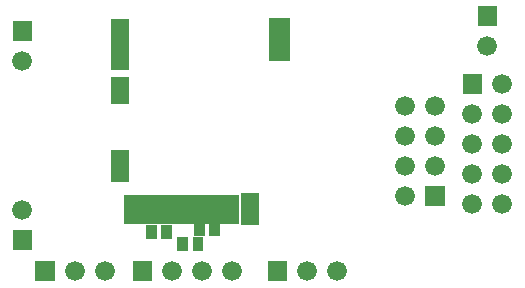
<source format=gbr>
G04 start of page 7 for group -4062 idx -4062 *
G04 Title: riffle, soldermask *
G04 Creator: pcb 1.99z *
G04 CreationDate: Tue 18 Feb 2014 03:01:03 AM GMT UTC *
G04 For: ben *
G04 Format: Gerber/RS-274X *
G04 PCB-Dimensions (mil): 6000.00 5000.00 *
G04 PCB-Coordinate-Origin: lower left *
%MOIN*%
%FSLAX25Y25*%
%LNBOTTOMMASK*%
%ADD60R,0.0712X0.0712*%
%ADD59R,0.0355X0.0355*%
%ADD58R,0.0476X0.0476*%
%ADD57R,0.0594X0.0594*%
%ADD56C,0.0660*%
%ADD55C,0.0001*%
G54D55*G36*
X124200Y373300D02*Y366700D01*
X130800D01*
Y373300D01*
X124200D01*
G37*
G54D56*X127500Y360000D03*
G54D55*G36*
X131700Y293300D02*Y286700D01*
X138300D01*
Y293300D01*
X131700D01*
G37*
G54D56*X145000Y290000D03*
X155000D03*
G54D55*G36*
X124200Y303800D02*Y297200D01*
X130800D01*
Y303800D01*
X124200D01*
G37*
G54D56*X127500Y310500D03*
G54D55*G36*
X164200Y293300D02*Y286700D01*
X170800D01*
Y293300D01*
X164200D01*
G37*
G54D56*X177500Y290000D03*
G54D55*G36*
X279200Y378300D02*Y371700D01*
X285800D01*
Y378300D01*
X279200D01*
G37*
G54D56*X282500Y365000D03*
G54D55*G36*
X261700Y318300D02*Y311700D01*
X268300D01*
Y318300D01*
X261700D01*
G37*
G54D56*X277500Y312500D03*
X287500D03*
X265000Y325000D03*
Y335000D03*
Y345000D03*
X255000Y325000D03*
Y335000D03*
Y345000D03*
G54D55*G36*
X274200Y355800D02*Y349200D01*
X280800D01*
Y355800D01*
X274200D01*
G37*
G54D56*X287500Y352500D03*
X277500Y342500D03*
X287500D03*
X277500Y332500D03*
X287500D03*
X277500Y322500D03*
X287500D03*
X255000Y315000D03*
G54D55*G36*
X209200Y293300D02*Y286700D01*
X215800D01*
Y293300D01*
X209200D01*
G37*
G54D56*X222500Y290000D03*
X232500D03*
X187500D03*
X197500D03*
G54D57*X160036Y327433D02*Y322709D01*
G54D58*X163579Y312866D02*Y308142D01*
G54D59*X170441Y303492D02*Y302508D01*
X175559Y303492D02*Y302508D01*
X186441Y304492D02*Y303508D01*
X191559Y304492D02*Y303508D01*
X180882Y299492D02*Y298508D01*
X186000Y299492D02*Y298508D01*
G54D58*X184445Y312866D02*Y308142D01*
X188776Y312866D02*Y308142D01*
X167122Y312866D02*Y308142D01*
X171453Y312866D02*Y308142D01*
X175784Y312866D02*Y308142D01*
X180114Y312866D02*Y308142D01*
G54D60*X213185Y370740D02*Y363654D01*
G54D58*X193106Y312866D02*Y308142D01*
X197437Y312866D02*Y308142D01*
G54D57*X203343Y313260D02*Y308535D01*
X160036Y351843D02*Y348693D01*
Y371134D02*Y360110D01*
M02*

</source>
